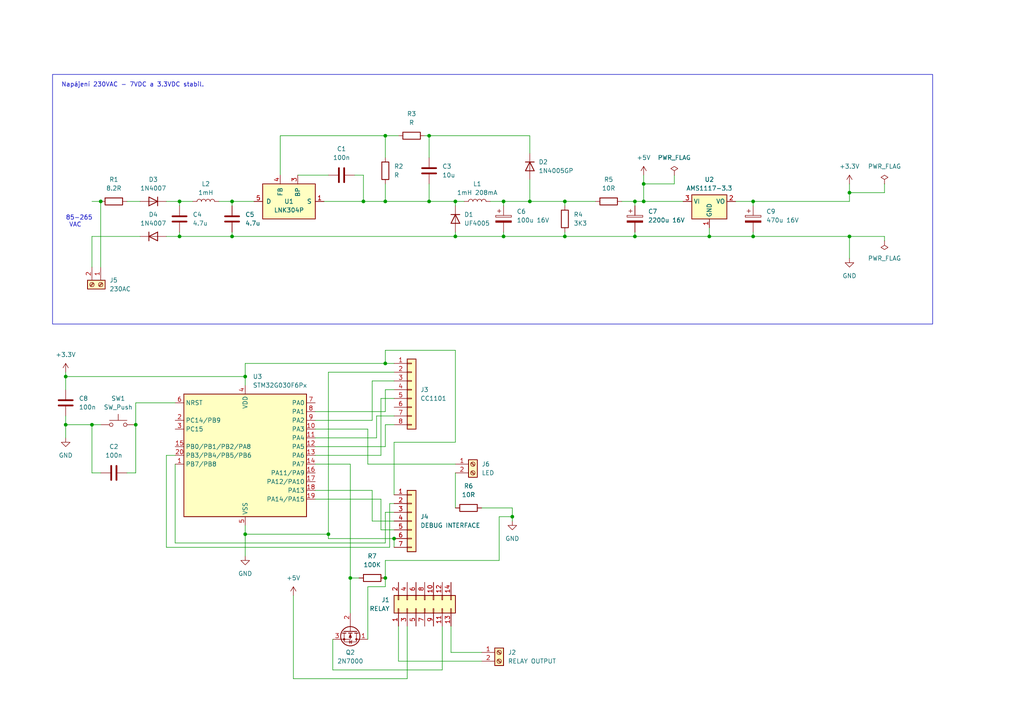
<source format=kicad_sch>
(kicad_sch (version 20230121) (generator eeschema)
  (paper "A4")
  (lib_symbols
    (symbol "Connector:Screw_Terminal_01x02" (pin_names (offset 1.016) hide)
      (property "Reference" "J" (at 0 2.54 0))
      (property "Value" "Screw_Terminal_01x02" (at 0 -5.08 0))
      (symbol "Screw_Terminal_01x02_1_1"
        (rectangle (start -1.27 1.27) (end 1.27 -3.81) (stroke (width 0.254)) (fill (type background)))
        (circle (center 0 -2.54) (radius 0.635) (stroke (width 0.1524)))
        (polyline (pts (xy -0.5334 -2.2098) (xy 0.3302 -3.048)) (stroke (width 0.1524)))
        (polyline (pts (xy -0.5334 0.3302) (xy 0.3302 -0.508)) (stroke (width 0.1524)))
        (polyline (pts (xy -0.3556 -2.032) (xy 0.508 -2.8702)) (stroke (width 0.1524)))
        (polyline (pts (xy -0.3556 0.508) (xy 0.508 -0.3302)) (stroke (width 0.1524)))
        (circle (center 0 0) (radius 0.635) (stroke (width 0.1524)))
        (pin passive line (at -5.08 0 0) (length 3.81) (name "Pin_1") (number "1"))
        (pin passive line (at -5.08 -2.54 0) (length 3.81) (name "Pin_2") (number "2"))
      )
    )
    (symbol "Connector_Generic:Conn_01x07" (pin_names (offset 1.016) hide)
      (property "Reference" "J" (at 0 10.16 0))
      (property "Value" "Conn_01x07" (at 0 -10.16 0))
      (symbol "Conn_01x07_1_1"
        (rectangle (start -1.27 -7.493) (end 0 -7.747) (stroke (width 0.1524)))
        (rectangle (start -1.27 -4.953) (end 0 -5.207) (stroke (width 0.1524)))
        (rectangle (start -1.27 -2.413) (end 0 -2.667) (stroke (width 0.1524)))
        (rectangle (start -1.27 0.127) (end 0 -0.127) (stroke (width 0.1524)))
        (rectangle (start -1.27 2.667) (end 0 2.413) (stroke (width 0.1524)))
        (rectangle (start -1.27 5.207) (end 0 4.953) (stroke (width 0.1524)))
        (rectangle (start -1.27 7.747) (end 0 7.493) (stroke (width 0.1524)))
        (rectangle (start -1.27 8.89) (end 1.27 -8.89) (stroke (width 0.254)) (fill (type background)))
        (pin passive line (at -5.08 7.62 0) (length 3.81) (name "Pin_1") (number "1"))
        (pin passive line (at -5.08 5.08 0) (length 3.81) (name "Pin_2") (number "2"))
        (pin passive line (at -5.08 2.54 0) (length 3.81) (name "Pin_3") (number "3"))
        (pin passive line (at -5.08 0 0) (length 3.81) (name "Pin_4") (number "4"))
        (pin passive line (at -5.08 -2.54 0) (length 3.81) (name "Pin_5") (number "5"))
        (pin passive line (at -5.08 -5.08 0) (length 3.81) (name "Pin_6") (number "6"))
        (pin passive line (at -5.08 -7.62 0) (length 3.81) (name "Pin_7") (number "7"))
      )
    )
    (symbol "Connector_Generic:Conn_01x08" (pin_names (offset 1.016) hide)
      (property "Reference" "J" (at 0 10.16 0))
      (property "Value" "Conn_01x08" (at 0 -12.7 0))
      (symbol "Conn_01x08_1_1"
        (rectangle (start -1.27 -10.033) (end 0 -10.287) (stroke (width 0.1524)))
        (rectangle (start -1.27 -7.493) (end 0 -7.747) (stroke (width 0.1524)))
        (rectangle (start -1.27 -4.953) (end 0 -5.207) (stroke (width 0.1524)))
        (rectangle (start -1.27 -2.413) (end 0 -2.667) (stroke (width 0.1524)))
        (rectangle (start -1.27 0.127) (end 0 -0.127) (stroke (width 0.1524)))
        (rectangle (start -1.27 2.667) (end 0 2.413) (stroke (width 0.1524)))
        (rectangle (start -1.27 5.207) (end 0 4.953) (stroke (width 0.1524)))
        (rectangle (start -1.27 7.747) (end 0 7.493) (stroke (width 0.1524)))
        (rectangle (start -1.27 8.89) (end 1.27 -11.43) (stroke (width 0.254)) (fill (type background)))
        (pin passive line (at -5.08 7.62 0) (length 3.81) (name "Pin_1") (number "1"))
        (pin passive line (at -5.08 5.08 0) (length 3.81) (name "Pin_2") (number "2"))
        (pin passive line (at -5.08 2.54 0) (length 3.81) (name "Pin_3") (number "3"))
        (pin passive line (at -5.08 0 0) (length 3.81) (name "Pin_4") (number "4"))
        (pin passive line (at -5.08 -2.54 0) (length 3.81) (name "Pin_5") (number "5"))
        (pin passive line (at -5.08 -5.08 0) (length 3.81) (name "Pin_6") (number "6"))
        (pin passive line (at -5.08 -7.62 0) (length 3.81) (name "Pin_7") (number "7"))
        (pin passive line (at -5.08 -10.16 0) (length 3.81) (name "Pin_8") (number "8"))
      )
    )
    (symbol "Connector_Generic:Conn_02x07_Odd_Even" (pin_names (offset 1.016) hide)
      (property "Reference" "J" (at 1.27 10.16 0))
      (property "Value" "Conn_02x07_Odd_Even" (at 1.27 -10.16 0))
      (symbol "Conn_02x07_Odd_Even_1_1"
        (rectangle (start -1.27 -7.493) (end 0 -7.747) (stroke (width 0.1524)))
        (rectangle (start -1.27 -4.953) (end 0 -5.207) (stroke (width 0.1524)))
        (rectangle (start -1.27 -2.413) (end 0 -2.667) (stroke (width 0.1524)))
        (rectangle (start -1.27 0.127) (end 0 -0.127) (stroke (width 0.1524)))
        (rectangle (start -1.27 2.667) (end 0 2.413) (stroke (width 0.1524)))
        (rectangle (start -1.27 5.207) (end 0 4.953) (stroke (width 0.1524)))
        (rectangle (start -1.27 7.747) (end 0 7.493) (stroke (width 0.1524)))
        (rectangle (start -1.27 8.89) (end 3.81 -8.89) (stroke (width 0.254)) (fill (type background)))
        (rectangle (start 3.81 -7.493) (end 2.54 -7.747) (stroke (width 0.1524)))
        (rectangle (start 3.81 -4.953) (end 2.54 -5.207) (stroke (width 0.1524)))
        (rectangle (start 3.81 -2.413) (end 2.54 -2.667) (stroke (width 0.1524)))
        (rectangle (start 3.81 0.127) (end 2.54 -0.127) (stroke (width 0.1524)))
        (rectangle (start 3.81 2.667) (end 2.54 2.413) (stroke (width 0.1524)))
        (rectangle (start 3.81 5.207) (end 2.54 4.953) (stroke (width 0.1524)))
        (rectangle (start 3.81 7.747) (end 2.54 7.493) (stroke (width 0.1524)))
        (pin passive line (at -5.08 7.62 0) (length 3.81) (name "Pin_1") (number "1"))
        (pin passive line (at 7.62 -2.54 180) (length 3.81) (name "Pin_10") (number "10"))
        (pin passive line (at -5.08 -5.08 0) (length 3.81) (name "Pin_11") (number "11"))
        (pin passive line (at 7.62 -5.08 180) (length 3.81) (name "Pin_12") (number "12"))
        (pin passive line (at -5.08 -7.62 0) (length 3.81) (name "Pin_13") (number "13"))
        (pin passive line (at 7.62 -7.62 180) (length 3.81) (name "Pin_14") (number "14"))
        (pin passive line (at 7.62 7.62 180) (length 3.81) (name "Pin_2") (number "2"))
        (pin passive line (at -5.08 5.08 0) (length 3.81) (name "Pin_3") (number "3"))
        (pin passive line (at 7.62 5.08 180) (length 3.81) (name "Pin_4") (number "4"))
        (pin passive line (at -5.08 2.54 0) (length 3.81) (name "Pin_5") (number "5"))
        (pin passive line (at 7.62 2.54 180) (length 3.81) (name "Pin_6") (number "6"))
        (pin passive line (at -5.08 0 0) (length 3.81) (name "Pin_7") (number "7"))
        (pin passive line (at 7.62 0 180) (length 3.81) (name "Pin_8") (number "8"))
        (pin passive line (at -5.08 -2.54 0) (length 3.81) (name "Pin_9") (number "9"))
      )
    )
    (symbol "Device:C" (pin_numbers hide) (pin_names (offset 0.254))
      (property "Reference" "C" (at 0.635 2.54 0))
      (property "Value" "C" (at 0.635 -2.54 0))
      (symbol "C_0_1"
        (polyline (pts (xy -2.032 -0.762) (xy 2.032 -0.762)) (stroke (width 0.508)))
        (polyline (pts (xy -2.032 0.762) (xy 2.032 0.762)) (stroke (width 0.508)))
      )
      (symbol "C_1_1"
        (pin passive line (at 0 3.81 270) (length 2.794) (name "~") (number "1"))
        (pin passive line (at 0 -3.81 90) (length 2.794) (name "~") (number "2"))
      )
    )
    (symbol "Device:C_Polarized" (pin_numbers hide) (pin_names (offset 0.254))
      (property "Reference" "C" (at 0.635 2.54 0))
      (property "Value" "C_Polarized" (at 0.635 -2.54 0))
      (symbol "C_Polarized_0_1"
        (rectangle (start -2.286 0.508) (end 2.286 1.016))
        (polyline (pts (xy -1.778 2.286) (xy -0.762 2.286)))
        (polyline (pts (xy -1.27 2.794) (xy -1.27 1.778)))
        (rectangle (start 2.286 -0.508) (end -2.286 -1.016) (fill (type outline)))
      )
      (symbol "C_Polarized_1_1"
        (pin passive line (at 0 3.81 270) (length 2.794) (name "~") (number "1"))
        (pin passive line (at 0 -3.81 90) (length 2.794) (name "~") (number "2"))
      )
    )
    (symbol "Device:D" (pin_numbers hide) (pin_names (offset 1.016) hide)
      (property "Reference" "D" (at 0 2.54 0))
      (property "Value" "D" (at 0 -2.54 0))
      (symbol "D_0_1"
        (polyline (pts (xy -1.27 1.27) (xy -1.27 -1.27)) (stroke (width 0.254)))
        (polyline (pts (xy 1.27 0) (xy -1.27 0)))
        (polyline (pts (xy 1.27 1.27) (xy 1.27 -1.27) (xy -1.27 0) (xy 1.27 1.27)) (stroke (width 0.254)))
      )
      (symbol "D_1_1"
        (pin passive line (at -3.81 0 0) (length 2.54) (name "K") (number "1"))
        (pin passive line (at 3.81 0 180) (length 2.54) (name "A") (number "2"))
      )
    )
    (symbol "Device:L" (pin_numbers hide) (pin_names (offset 1.016) hide)
      (property "Reference" "L" (at -1.27 0 90))
      (property "Value" "L" (at 1.905 0 90))
      (symbol "L_0_1"
        (arc (start 0 -2.54) (mid 0.6323 -1.905) (end 0 -1.27))
        (arc (start 0 -1.27) (mid 0.6323 -0.635) (end 0 0))
        (arc (start 0 0) (mid 0.6323 0.635) (end 0 1.27))
        (arc (start 0 1.27) (mid 0.6323 1.905) (end 0 2.54))
      )
      (symbol "L_1_1"
        (pin passive line (at 0 3.81 270) (length 1.27) (name "1") (number "1"))
        (pin passive line (at 0 -3.81 90) (length 1.27) (name "2") (number "2"))
      )
    )
    (symbol "Device:R" (pin_numbers hide) (pin_names (offset 0))
      (property "Reference" "R" (at 2.032 0 90))
      (property "Value" "R" (at 0 0 90))
      (symbol "R_0_1"
        (rectangle (start -1.016 -2.54) (end 1.016 2.54) (stroke (width 0.254)))
      )
      (symbol "R_1_1"
        (pin passive line (at 0 3.81 270) (length 1.27) (name "~") (number "1"))
        (pin passive line (at 0 -3.81 90) (length 1.27) (name "~") (number "2"))
      )
    )
    (symbol "MCU_ST_STM32G0:STM32G030F6Px"
      (property "Reference" "U" (at -17.78 19.05 0))
      (property "Value" "STM32G030F6Px" (at 2.54 19.05 0))
      (symbol "STM32G030F6Px_0_1"
        (rectangle (start -17.78 -17.78) (end 17.78 17.78) (stroke (width 0.254)) (fill (type background)))
      )
      (symbol "STM32G030F6Px_1_1"
        (pin bidirectional line (at -20.32 -2.54 0) (length 2.54) (name "PB7/PB8") (number "1"))
        (pin bidirectional line (at 20.32 7.62 180) (length 2.54) (name "PA3") (number "10"))
        (pin bidirectional line (at 20.32 5.08 180) (length 2.54) (name "PA4") (number "11"))
        (pin bidirectional line (at 20.32 2.54 180) (length 2.54) (name "PA5") (number "12"))
        (pin bidirectional line (at 20.32 0 180) (length 2.54) (name "PA6") (number "13"))
        (pin bidirectional line (at 20.32 -2.54 180) (length 2.54) (name "PA7") (number "14"))
        (pin bidirectional line (at -20.32 2.54 0) (length 2.54) (name "PB0/PB1/PB2/PA8") (number "15"))
        (pin bidirectional line (at 20.32 -5.08 180) (length 2.54) (name "PA11/PA9") (number "16"))
        (pin bidirectional line (at 20.32 -7.62 180) (length 2.54) (name "PA12/PA10") (number "17"))
        (pin bidirectional line (at 20.32 -10.16 180) (length 2.54) (name "PA13") (number "18"))
        (pin bidirectional line (at 20.32 -12.7 180) (length 2.54) (name "PA14/PA15") (number "19"))
        (pin bidirectional line (at -20.32 10.16 0) (length 2.54) (name "PC14/PB9") (number "2"))
        (pin bidirectional line (at -20.32 0 0) (length 2.54) (name "PB3/PB4/PB5/PB6") (number "20"))
        (pin bidirectional line (at -20.32 7.62 0) (length 2.54) (name "PC15") (number "3"))
        (pin power_in line (at 0 20.32 270) (length 2.54) (name "VDD") (number "4"))
        (pin power_in line (at 0 -20.32 90) (length 2.54) (name "VSS") (number "5"))
        (pin input line (at -20.32 15.24 0) (length 2.54) (name "NRST") (number "6"))
        (pin bidirectional line (at 20.32 15.24 180) (length 2.54) (name "PA0") (number "7"))
        (pin bidirectional line (at 20.32 12.7 180) (length 2.54) (name "PA1") (number "8"))
        (pin bidirectional line (at 20.32 10.16 180) (length 2.54) (name "PA2") (number "9"))
      )
    )
    (symbol "Regulator_Linear:AMS1117-3.3"
      (property "Reference" "U" (at -3.81 3.175 0))
      (property "Value" "AMS1117-3.3" (at 0 3.175 0))
      (symbol "AMS1117-3.3_0_1"
        (rectangle (start -5.08 -5.08) (end 5.08 1.905) (stroke (width 0.254)) (fill (type background)))
      )
      (symbol "AMS1117-3.3_1_1"
        (pin power_in line (at 0 -7.62 90) (length 2.54) (name "GND") (number "1"))
        (pin power_out line (at 7.62 0 180) (length 2.54) (name "VO") (number "2"))
        (pin power_in line (at -7.62 0 0) (length 2.54) (name "VI") (number "3"))
      )
    )
    (symbol "Regulator_Switching:LNK304P" (pin_names (offset 1.016))
      (property "Reference" "U" (at 0 -6.35 0))
      (property "Value" "LNK304P" (at 0 -8.89 0))
      (symbol "LNK304P_0_1"
        (rectangle (start -7.62 5.08) (end 7.62 -5.08) (stroke (width 0.254)) (fill (type background)))
      )
      (symbol "LNK304P_1_1"
        (pin power_in line (at 10.16 0 180) (length 2.54) (name "S") (number "1"))
        (pin passive line (at 10.16 0 180) (length 2.54) hide (name "S") (number "2"))
        (pin input line (at 2.54 7.62 270) (length 2.54) (name "BP") (number "3"))
        (pin input line (at -2.54 7.62 270) (length 2.54) (name "FB") (number "4"))
        (pin open_collector line (at -10.16 0 0) (length 2.54) (name "D") (number "5"))
        (pin passive line (at 10.16 0 180) (length 2.54) hide (name "S") (number "7"))
        (pin passive line (at 10.16 0 180) (length 2.54) hide (name "S") (number "8"))
      )
    )
    (symbol "Switch:SW_Push" (pin_numbers hide) (pin_names (offset 1.016) hide)
      (property "Reference" "SW" (at 1.27 2.54 0))
      (property "Value" "SW_Push" (at 0 -1.524 0))
      (symbol "SW_Push_0_1"
        (circle (center -2.032 0) (radius 0.508))
        (polyline (pts (xy 0 1.27) (xy 0 3.048)))
        (polyline (pts (xy 2.54 1.27) (xy -2.54 1.27)))
        (circle (center 2.032 0) (radius 0.508))
        (pin passive line (at -5.08 0 0) (length 2.54) (name "1") (number "1"))
        (pin passive line (at 5.08 0 180) (length 2.54) (name "2") (number "2"))
      )
    )
    (symbol "Transistor_FET:BS170" (pin_names hide)
      (property "Reference" "Q" (at 5.08 1.905 0))
      (property "Value" "BS170" (at 5.08 0 0))
      (symbol "BS170_0_1"
        (polyline (pts (xy 0.254 0) (xy -2.54 0)))
        (polyline (pts (xy 0.254 1.905) (xy 0.254 -1.905)) (stroke (width 0.254)))
        (polyline (pts (xy 0.762 -1.27) (xy 0.762 -2.286)) (stroke (width 0.254)))
        (polyline (pts (xy 0.762 0.508) (xy 0.762 -0.508)) (stroke (width 0.254)))
        (polyline (pts (xy 0.762 2.286) (xy 0.762 1.27)) (stroke (width 0.254)))
        (polyline (pts (xy 2.54 2.54) (xy 2.54 1.778)))
        (polyline (pts (xy 2.54 -2.54) (xy 2.54 0) (xy 0.762 0)))
        (polyline (pts (xy 0.762 -1.778) (xy 3.302 -1.778) (xy 3.302 1.778) (xy 0.762 1.778)))
        (polyline (pts (xy 1.016 0) (xy 2.032 0.381) (xy 2.032 -0.381) (xy 1.016 0)) (fill (type outline)))
        (polyline (pts (xy 2.794 0.508) (xy 2.921 0.381) (xy 3.683 0.381) (xy 3.81 0.254)))
        (polyline (pts (xy 3.302 0.381) (xy 2.921 -0.254) (xy 3.683 -0.254) (xy 3.302 0.381)))
        (circle (center 1.651 0) (radius 2.794) (stroke (width 0.254)))
        (circle (center 2.54 -1.778) (radius 0.254) (fill (type outline)))
        (circle (center 2.54 1.778) (radius 0.254) (fill (type outline)))
      )
      (symbol "BS170_1_1"
        (pin passive line (at 2.54 5.08 270) (length 2.54) (name "D") (number "1"))
        (pin input line (at -5.08 0 0) (length 2.54) (name "G") (number "2"))
        (pin passive line (at 2.54 -5.08 90) (length 2.54) (name "S") (number "3"))
      )
    )
    (symbol "power:+3.3V" (power) (pin_names (offset 0))
      (property "Value" "+3.3V" (at 0 3.556 0))
      (symbol "+3.3V_0_1"
        (polyline (pts (xy -0.762 1.27) (xy 0 2.54)))
        (polyline (pts (xy 0 0) (xy 0 2.54)))
        (polyline (pts (xy 0 2.54) (xy 0.762 1.27)))
      )
      (symbol "+3.3V_1_1"
        (pin power_in line (at 0 0 90) (length 0) hide (name "+3.3V") (number "1"))
      )
    )
    (symbol "power:+5V" (power) (pin_names (offset 0))
      (property "Value" "+5V" (at 0 3.556 0))
      (symbol "+5V_0_1"
        (polyline (pts (xy -0.762 1.27) (xy 0 2.54)))
        (polyline (pts (xy 0 0) (xy 0 2.54)))
        (polyline (pts (xy 0 2.54) (xy 0.762 1.27)))
      )
      (symbol "+5V_1_1"
        (pin power_in line (at 0 0 90) (length 0) hide (name "+5V") (number "1"))
      )
    )
    (symbol "power:GND" (power) (pin_names (offset 0))
      (property "Value" "GND" (at 0 -3.81 0))
      (symbol "GND_0_1"
        (polyline (pts (xy 0 0) (xy 0 -1.27) (xy 1.27 -1.27) (xy 0 -2.54) (xy -1.27 -1.27) (xy 0 -1.27)))
      )
      (symbol "GND_1_1"
        (pin power_in line (at 0 0 270) (length 0) hide (name "GND") (number "1"))
      )
    )
    (symbol "power:PWR_FLAG" (power) (pin_numbers hide) (pin_names (offset 0) hide)
      (property "Value" "PWR_FLAG" (at 0 3.81 0))
      (symbol "PWR_FLAG_0_0"
        (pin power_out line (at 0 0 90) (length 0) (name "pwr") (number "1"))
      )
      (symbol "PWR_FLAG_0_1"
        (polyline (pts (xy 0 0) (xy 0 1.27) (xy -1.016 1.905) (xy 0 2.54) (xy 1.016 1.905) (xy 0 1.27)))
      )
    )
  )
  (junction (at 101.6 167.64))
  (junction (at 146.05 58.42))
  (junction (at 132.08 58.42))
  (junction (at 186.69 58.42))
  (junction (at 111.76 167.64))
  (junction (at 29.21 58.42))
  (junction (at 218.44 58.42))
  (junction (at 205.74 68.58))
  (junction (at 19.05 109.22))
  (junction (at 39.37 123.19))
  (junction (at 124.46 39.37))
  (junction (at 148.59 149.86))
  (junction (at 67.31 58.42))
  (junction (at 246.38 68.58))
  (junction (at 163.83 58.42))
  (junction (at 218.44 68.58))
  (junction (at 163.83 68.58))
  (junction (at 71.12 109.22))
  (junction (at 246.38 55.88))
  (junction (at 114.3 156.21))
  (junction (at 52.07 58.42))
  (junction (at 67.31 68.58))
  (junction (at 52.07 68.58))
  (junction (at 124.46 58.42))
  (junction (at 184.15 58.42))
  (junction (at 111.76 105.41))
  (junction (at 19.05 123.19))
  (junction (at 186.69 53.34))
  (junction (at 105.41 58.42))
  (junction (at 153.67 58.42))
  (junction (at 111.76 39.37))
  (junction (at 111.76 58.42))
  (junction (at 132.08 68.58))
  (junction (at 26.67 123.19))
  (junction (at 95.25 154.94))
  (junction (at 146.05 68.58))
  (junction (at 71.12 154.94))
  (junction (at 184.15 68.58))
  (wire (pts (xy 113.03 146.05) (xy 114.3 146.05)))
  (wire (pts (xy 110.49 144.78) (xy 110.49 153.67)))
  (wire (pts (xy 218.44 58.42) (xy 246.38 58.42)))
  (wire (pts (xy 186.69 53.34) (xy 195.58 53.34)))
  (wire (pts (xy 91.44 132.08) (xy 110.49 132.08)))
  (wire (pts (xy 111.76 39.37) (xy 111.76 45.72)))
  (wire (pts (xy 50.8 157.48) (xy 111.76 157.48)))
  (wire (pts (xy 26.67 68.58) (xy 26.67 77.47)))
  (wire (pts (xy 114.3 143.51) (xy 114.3 128.27)))
  (wire (pts (xy 29.21 137.16) (xy 26.67 137.16)))
  (wire (pts (xy 107.95 151.13) (xy 114.3 151.13)))
  (wire (pts (xy 19.05 120.65) (xy 19.05 123.19)))
  (wire (pts (xy 71.12 152.4) (xy 71.12 154.94)))
  (wire (pts (xy 111.76 53.34) (xy 111.76 58.42)))
  (wire (pts (xy 184.15 67.31) (xy 184.15 68.58)))
  (wire (pts (xy 111.76 157.48) (xy 111.76 148.59)))
  (wire (pts (xy 48.26 68.58) (xy 52.07 68.58)))
  (wire (pts (xy 256.54 53.34) (xy 256.54 55.88)))
  (wire (pts (xy 26.67 123.19) (xy 29.21 123.19)))
  (wire (pts (xy 218.44 68.58) (xy 246.38 68.58)))
  (wire (pts (xy 124.46 58.42) (xy 132.08 58.42)))
  (wire (pts (xy 148.59 147.32) (xy 148.59 149.86)))
  (wire (pts (xy 146.05 58.42) (xy 153.67 58.42)))
  (wire (pts (xy 128.27 181.61) (xy 128.27 194.31)))
  (wire (pts (xy 111.76 58.42) (xy 124.46 58.42)))
  (wire (pts (xy 91.44 134.62) (xy 101.6 134.62)))
  (wire (pts (xy 111.76 113.03) (xy 114.3 113.03)))
  (wire (pts (xy 101.6 167.64) (xy 104.14 167.64)))
  (wire (pts (xy 118.11 196.85) (xy 85.09 196.85)))
  (wire (pts (xy 96.52 194.31) (xy 128.27 194.31)))
  (wire (pts (xy 163.83 58.42) (xy 172.72 58.42)))
  (wire (pts (xy 205.74 66.04) (xy 205.74 68.58)))
  (wire (pts (xy 19.05 109.22) (xy 19.05 113.03)))
  (wire (pts (xy 139.7 147.32) (xy 148.59 147.32)))
  (wire (pts (xy 114.3 128.27) (xy 132.08 128.27)))
  (wire (pts (xy 91.44 121.92) (xy 107.95 121.92)))
  (wire (pts (xy 111.76 167.64) (xy 111.76 162.56)))
  (wire (pts (xy 118.11 181.61) (xy 118.11 196.85)))
  (wire (pts (xy 111.76 119.38) (xy 111.76 113.03)))
  (wire (pts (xy 111.76 123.19) (xy 114.3 123.19)))
  (wire (pts (xy 146.05 67.31) (xy 146.05 68.58)))
  (wire (pts (xy 52.07 58.42) (xy 52.07 59.69)))
  (wire (pts (xy 50.8 134.62) (xy 50.8 157.48)))
  (wire (pts (xy 246.38 53.34) (xy 246.38 55.88)))
  (wire (pts (xy 110.49 115.57) (xy 114.3 115.57)))
  (wire (pts (xy 153.67 44.45) (xy 153.67 39.37)))
  (wire (pts (xy 163.83 68.58) (xy 184.15 68.58)))
  (wire (pts (xy 142.24 58.42) (xy 146.05 58.42)))
  (wire (pts (xy 132.08 68.58) (xy 146.05 68.58)))
  (wire (pts (xy 95.25 156.21) (xy 114.3 156.21)))
  (wire (pts (xy 26.67 68.58) (xy 40.64 68.58)))
  (wire (pts (xy 85.09 172.72) (xy 85.09 196.85)))
  (wire (pts (xy 107.95 142.24) (xy 107.95 151.13)))
  (wire (pts (xy 91.44 119.38) (xy 111.76 119.38)))
  (wire (pts (xy 91.44 129.54) (xy 111.76 129.54)))
  (wire (pts (xy 111.76 105.41) (xy 71.12 105.41)))
  (wire (pts (xy 153.67 39.37) (xy 124.46 39.37)))
  (wire (pts (xy 111.76 39.37) (xy 115.57 39.37)))
  (wire (pts (xy 146.05 68.58) (xy 163.83 68.58)))
  (wire (pts (xy 153.67 58.42) (xy 163.83 58.42)))
  (wire (pts (xy 256.54 55.88) (xy 246.38 55.88)))
  (wire (pts (xy 123.19 39.37) (xy 124.46 39.37)))
  (wire (pts (xy 186.69 50.8) (xy 186.69 53.34)))
  (wire (pts (xy 106.68 124.46) (xy 106.68 134.62)))
  (wire (pts (xy 130.81 189.23) (xy 139.7 189.23)))
  (wire (pts (xy 184.15 58.42) (xy 184.15 59.69)))
  (wire (pts (xy 144.78 149.86) (xy 148.59 149.86)))
  (wire (pts (xy 132.08 101.6) (xy 111.76 101.6)))
  (wire (pts (xy 39.37 123.19) (xy 39.37 116.84)))
  (wire (pts (xy 124.46 39.37) (xy 124.46 45.72)))
  (wire (pts (xy 95.25 154.94) (xy 95.25 156.21)))
  (wire (pts (xy 19.05 123.19) (xy 26.67 123.19)))
  (wire (pts (xy 110.49 153.67) (xy 114.3 153.67)))
  (wire (pts (xy 186.69 58.42) (xy 198.12 58.42)))
  (wire (pts (xy 115.57 181.61) (xy 115.57 191.77)))
  (wire (pts (xy 67.31 58.42) (xy 73.66 58.42)))
  (wire (pts (xy 163.83 58.42) (xy 163.83 59.69)))
  (wire (pts (xy 132.08 67.31) (xy 132.08 68.58)))
  (wire (pts (xy 105.41 58.42) (xy 111.76 58.42)))
  (wire (pts (xy 67.31 67.31) (xy 67.31 68.58)))
  (wire (pts (xy 111.76 101.6) (xy 111.76 105.41)))
  (wire (pts (xy 218.44 67.31) (xy 218.44 68.58)))
  (wire (pts (xy 71.12 154.94) (xy 71.12 161.29)))
  (wire (pts (xy 19.05 123.19) (xy 19.05 127)))
  (wire (pts (xy 71.12 109.22) (xy 71.12 111.76)))
  (wire (pts (xy 180.34 58.42) (xy 184.15 58.42)))
  (wire (pts (xy 246.38 68.58) (xy 246.38 74.93)))
  (wire (pts (xy 50.8 132.08) (xy 48.26 132.08)))
  (wire (pts (xy 101.6 134.62) (xy 101.6 167.64)))
  (wire (pts (xy 93.98 58.42) (xy 105.41 58.42)))
  (wire (pts (xy 81.28 39.37) (xy 111.76 39.37)))
  (wire (pts (xy 109.22 127) (xy 109.22 120.65)))
  (wire (pts (xy 163.83 67.31) (xy 163.83 68.58)))
  (wire (pts (xy 130.81 181.61) (xy 130.81 189.23)))
  (wire (pts (xy 132.08 128.27) (xy 132.08 101.6)))
  (wire (pts (xy 39.37 116.84) (xy 50.8 116.84)))
  (wire (pts (xy 115.57 191.77) (xy 139.7 191.77)))
  (wire (pts (xy 86.36 50.8) (xy 95.25 50.8)))
  (wire (pts (xy 148.59 149.86) (xy 148.59 151.13)))
  (wire (pts (xy 91.44 124.46) (xy 106.68 124.46)))
  (wire (pts (xy 36.83 137.16) (xy 39.37 137.16)))
  (wire (pts (xy 218.44 58.42) (xy 218.44 59.69)))
  (wire (pts (xy 19.05 107.95) (xy 19.05 109.22)))
  (wire (pts (xy 48.26 158.75) (xy 113.03 158.75)))
  (wire (pts (xy 96.52 185.42) (xy 96.52 194.31)))
  (wire (pts (xy 114.3 156.21) (xy 114.3 158.75)))
  (wire (pts (xy 111.76 170.18) (xy 111.76 167.64)))
  (wire (pts (xy 184.15 58.42) (xy 186.69 58.42)))
  (wire (pts (xy 26.67 137.16) (xy 26.67 123.19)))
  (wire (pts (xy 36.83 58.42) (xy 40.64 58.42)))
  (wire (pts (xy 110.49 132.08) (xy 110.49 115.57)))
  (wire (pts (xy 101.6 167.64) (xy 101.6 177.8)))
  (wire (pts (xy 184.15 68.58) (xy 205.74 68.58)))
  (wire (pts (xy 105.41 50.8) (xy 105.41 58.42)))
  (wire (pts (xy 26.67 58.42) (xy 29.21 58.42)))
  (wire (pts (xy 71.12 105.41) (xy 71.12 109.22)))
  (wire (pts (xy 19.05 109.22) (xy 71.12 109.22)))
  (wire (pts (xy 114.3 107.95) (xy 95.25 107.95)))
  (wire (pts (xy 63.5 58.42) (xy 67.31 58.42)))
  (wire (pts (xy 246.38 68.58) (xy 256.54 68.58)))
  (wire (pts (xy 67.31 68.58) (xy 132.08 68.58)))
  (wire (pts (xy 124.46 53.34) (xy 124.46 58.42)))
  (wire (pts (xy 205.74 68.58) (xy 218.44 68.58)))
  (wire (pts (xy 132.08 137.16) (xy 132.08 147.32)))
  (wire (pts (xy 111.76 129.54) (xy 111.76 123.19)))
  (wire (pts (xy 106.68 170.18) (xy 111.76 170.18)))
  (wire (pts (xy 132.08 58.42) (xy 134.62 58.42)))
  (wire (pts (xy 256.54 68.58) (xy 256.54 69.85)))
  (wire (pts (xy 186.69 53.34) (xy 186.69 58.42)))
  (wire (pts (xy 153.67 52.07) (xy 153.67 58.42)))
  (wire (pts (xy 109.22 120.65) (xy 114.3 120.65)))
  (wire (pts (xy 111.76 148.59) (xy 114.3 148.59)))
  (wire (pts (xy 132.08 58.42) (xy 132.08 59.69)))
  (wire (pts (xy 106.68 134.62) (xy 132.08 134.62)))
  (wire (pts (xy 144.78 162.56) (xy 144.78 149.86)))
  (wire (pts (xy 91.44 144.78) (xy 110.49 144.78)))
  (wire (pts (xy 107.95 121.92) (xy 107.95 110.49)))
  (wire (pts (xy 29.21 77.47) (xy 29.21 58.42)))
  (wire (pts (xy 91.44 142.24) (xy 107.95 142.24)))
  (wire (pts (xy 95.25 154.94) (xy 71.12 154.94)))
  (wire (pts (xy 106.68 185.42) (xy 106.68 170.18)))
  (wire (pts (xy 81.28 50.8) (xy 81.28 39.37)))
  (wire (pts (xy 246.38 55.88) (xy 246.38 58.42)))
  (wire (pts (xy 195.58 53.34) (xy 195.58 50.8)))
  (wire (pts (xy 102.87 50.8) (xy 105.41 50.8)))
  (wire (pts (xy 146.05 58.42) (xy 146.05 59.69)))
  (wire (pts (xy 111.76 162.56) (xy 144.78 162.56)))
  (wire (pts (xy 39.37 123.19) (xy 39.37 137.16)))
  (wire (pts (xy 52.07 58.42) (xy 55.88 58.42)))
  (wire (pts (xy 213.36 58.42) (xy 218.44 58.42)))
  (wire (pts (xy 48.26 58.42) (xy 52.07 58.42)))
  (wire (pts (xy 114.3 105.41) (xy 111.76 105.41)))
  (wire (pts (xy 48.26 132.08) (xy 48.26 158.75)))
  (wire (pts (xy 91.44 127) (xy 109.22 127)))
  (wire (pts (xy 95.25 107.95) (xy 95.25 154.94)))
  (wire (pts (xy 67.31 58.42) (xy 67.31 59.69)))
  (wire (pts (xy 52.07 67.31) (xy 52.07 68.58)))
  (wire (pts (xy 107.95 110.49) (xy 114.3 110.49)))
  (wire (pts (xy 113.03 158.75) (xy 113.03 146.05)))
  (wire (pts (xy 52.07 68.58) (xy 67.31 68.58)))
  (rectangle (start 15.24 21.59) (end 270.51 93.98))
  (text "Napájení 230VAC - 7VDC a 3.3VDC stabil.\n" (at 17.78 25.4 0) (effects (font (size 1.27 1.27)) (justify left bottom)))
  (text "85-265\n VAC" (at 19.05 66.04 0) (effects (font (size 1.27 1.27)) (justify left bottom)))
  (symbol (lib_id "Connector:Screw_Terminal_01x02") (at 137.16 134.62 0) (unit 1)
    (property "Reference" "J6" (at 139.7 134.62 0) (effects (justify left)))
    (property "Value" "LED" (at 139.7 137.16 0) (effects (justify left)))
    (property "Footprint" "TerminalBlock:TerminalBlock_bornier-2_P5.08mm" (effects hide))
  )
  (symbol (lib_id "Regulator_Switching:LNK304P") (at 83.82 58.42 0) (unit 1)
    (property "Reference" "U1" (at 83.82 58.42 0))
    (property "Value" "LNK304P" (at 83.82 60.96 0))
    (property "Footprint" "Package_DIP:PowerIntegrations_PDIP-8B" (effects hide))
    (property "Datasheet" "http://www.powerint.com/sites/default/files/product-docs/lnk302_304-306.pdf" (effects hide))
  )
  (symbol (lib_id "power:+5V") (at 186.69 50.8 0) (unit 1)
    (property "Reference" "#PWR06" (effects hide))
    (property "Value" "+5V" (at 186.69 45.72 0))
  )
  (symbol (lib_id "Device:R") (at 33.02 58.42 90) (unit 1)
    (property "Reference" "R1" (at 33.02 52.07 90))
    (property "Value" "8.2R" (at 33.02 54.61 90))
    (property "Footprint" "Resistor_THT:R_Axial_DIN0414_L11.9mm_D4.5mm_P15.24mm_Horizontal" (effects hide))
  )
  (symbol (lib_id "Device:D") (at 44.45 68.58 0) (unit 1)
    (property "Reference" "D4" (at 44.45 62.23 0))
    (property "Value" "1N4007" (at 44.45 64.77 0))
    (property "Footprint" "Diode_THT:D_DO-41_SOD81_P10.16mm_Horizontal" (effects hide))
    (property "Sim.Device" "D" (effects hide))
    (property "Sim.Pins" "1=K 2=A" (effects hide))
  )
  (symbol (lib_id "Device:C") (at 124.46 49.53 0) (unit 1)
    (property "Reference" "C3" (at 128.27 48.26 0) (effects (justify left)))
    (property "Value" "10u" (at 128.27 50.8 0) (effects (justify left)))
    (property "Footprint" "Capacitor_THT:CP_Radial_D5.0mm_P2.50mm" (effects hide))
  )
  (symbol (lib_id "Connector_Generic:Conn_01x08") (at 119.38 113.03 0) (unit 1)
    (property "Reference" "J3" (at 121.92 113.03 0) (effects (justify left)))
    (property "Value" "CC1101" (at 121.92 115.57 0) (effects (justify left)))
    (property "Footprint" "Connector_PinSocket_2.00mm:PinSocket_1x08_P2.00mm_Vertical" (effects hide))
  )
  (symbol (lib_id "power:GND") (at 71.12 161.29 0) (unit 1)
    (property "Reference" "#PWR05" (effects hide))
    (property "Value" "GND" (at 71.12 166.37 0))
  )
  (symbol (lib_id "Device:R") (at 135.89 147.32 90) (unit 1)
    (property "Reference" "R6" (at 135.89 140.97 90))
    (property "Value" "10R" (at 135.89 143.51 90))
    (property "Footprint" "Resistor_SMD:R_1206_3216Metric" (effects hide))
  )
  (symbol (lib_id "Device:C") (at 19.05 116.84 180) (unit 1)
    (property "Reference" "C8" (at 22.86 115.57 0) (effects (justify right)))
    (property "Value" "100n" (at 22.86 118.11 0) (effects (justify right)))
    (property "Footprint" "Capacitor_SMD:C_1206_3216Metric" (effects hide))
  )
  (symbol (lib_id "power:GND") (at 19.05 127 0) (unit 1)
    (property "Reference" "#PWR04" (effects hide))
    (property "Value" "GND" (at 19.05 132.08 0))
  )
  (symbol (lib_id "Connector:Screw_Terminal_01x02") (at 29.21 82.55 270) (unit 1)
    (property "Reference" "J5" (at 31.75 81.28 90) (effects (justify left)))
    (property "Value" "230AC" (at 31.75 83.82 90) (effects (justify left)))
    (property "Footprint" "TerminalBlock:TerminalBlock_bornier-2_P5.08mm" (effects hide))
  )
  (symbol (lib_id "Device:R") (at 163.83 63.5 0) (unit 1)
    (property "Reference" "R4" (at 166.37 62.23 0) (effects (justify left)))
    (property "Value" "3K3" (at 166.37 64.77 0) (effects (justify left)))
    (property "Footprint" "Resistor_SMD:R_1206_3216Metric" (effects hide))
  )
  (symbol (lib_id "Device:C") (at 33.02 137.16 270) (unit 1)
    (property "Reference" "C2" (at 33.02 129.54 90))
    (property "Value" "100n" (at 33.02 132.08 90))
    (property "Footprint" "Capacitor_SMD:C_1206_3216Metric" (effects hide))
  )
  (symbol (lib_id "Regulator_Linear:AMS1117-3.3") (at 205.74 58.42 0) (unit 1)
    (property "Reference" "U2" (at 205.74 52.07 0))
    (property "Value" "AMS1117-3.3" (at 205.74 54.61 0))
    (property "Footprint" "Package_TO_SOT_SMD:SOT-223-3_TabPin2" (effects hide))
    (property "Datasheet" "http://www.advanced-monolithic.com/pdf/ds1117.pdf" (effects hide))
  )
  (symbol (lib_id "power:+5V") (at 85.09 172.72 0) (unit 1)
    (property "Reference" "#PWR07" (effects hide))
    (property "Value" "+5V" (at 85.09 167.64 0))
  )
  (symbol (lib_id "Connector_Generic:Conn_01x07") (at 119.38 151.13 0) (unit 1)
    (property "Reference" "J4" (at 121.92 149.86 0) (effects (justify left)))
    (property "Value" "DEBUG INTERFACE" (at 121.92 152.4 0) (effects (justify left)))
    (property "Footprint" "Connector_PinHeader_2.54mm:PinHeader_1x07_P2.54mm_Vertical" (effects hide))
  )
  (symbol (lib_id "Device:L") (at 59.69 58.42 90) (unit 1)
    (property "Reference" "L2" (at 59.69 53.34 90))
    (property "Value" "1mH" (at 59.69 55.88 90))
    (property "Footprint" "Inductor_THT:L_Radial_D10.5mm_P5.00mm_Abacron_AISR-01" (effects hide))
  )
  (symbol (lib_id "Device:R") (at 107.95 167.64 90) (unit 1)
    (property "Reference" "R7" (at 107.95 161.29 90))
    (property "Value" "100K" (at 107.95 163.83 90))
    (property "Footprint" "Resistor_SMD:R_1206_3216Metric" (effects hide))
  )
  (symbol (lib_id "power:GND") (at 148.59 151.13 0) (unit 1)
    (property "Reference" "#PWR08" (effects hide))
    (property "Value" "GND" (at 148.59 156.21 0))
  )
  (symbol (lib_id "Connector_Generic:Conn_02x07_Odd_Even") (at 123.19 176.53 90) (unit 1)
    (property "Reference" "J1" (at 113.03 173.99 90) (effects (justify left)))
    (property "Value" "RELAY" (at 113.03 176.53 90) (effects (justify left)))
    (property "Footprint" "Package_DIP:CERDIP-14_W7.62mm_SideBrazed" (effects hide))
  )
  (symbol (lib_id "Device:D") (at 44.45 58.42 180) (unit 1)
    (property "Reference" "D3" (at 44.45 52.07 0))
    (property "Value" "1N4007" (at 44.45 54.61 0))
    (property "Footprint" "Diode_THT:D_DO-41_SOD81_P10.16mm_Horizontal" (effects hide))
    (property "Sim.Device" "D" (effects hide))
    (property "Sim.Pins" "1=K 2=A" (effects hide))
  )
  (symbol (lib_id "Device:R") (at 176.53 58.42 90) (unit 1)
    (property "Reference" "R5" (at 176.53 52.07 90))
    (property "Value" "10R" (at 176.53 54.61 90))
    (property "Footprint" "Resistor_SMD:R_1206_3216Metric" (effects hide))
  )
  (symbol (lib_id "power:PWR_FLAG") (at 256.54 69.85 180) (unit 1)
    (property "Reference" "#FLG02" (effects hide))
    (property "Value" "PWR_FLAG" (at 256.54 74.93 0))
  )
  (symbol (lib_id "Device:C") (at 52.07 63.5 0) (unit 1)
    (property "Reference" "C4" (at 55.88 62.23 0) (effects (justify left)))
    (property "Value" "4.7u" (at 55.88 64.77 0) (effects (justify left)))
    (property "Footprint" "Capacitor_THT:C_Rect_L29.0mm_W7.6mm_P27.50mm_MKT" (effects hide))
  )
  (symbol (lib_id "Device:C_Polarized") (at 146.05 63.5 0) (unit 1)
    (property "Reference" "C6" (at 149.86 61.341 0) (effects (justify left)))
    (property "Value" "100u 16V" (at 149.86 63.881 0) (effects (justify left)))
    (property "Footprint" "Capacitor_THT:CP_Radial_D5.0mm_P2.50mm" (effects hide))
  )
  (symbol (lib_id "Device:C_Polarized") (at 218.44 63.5 0) (unit 1)
    (property "Reference" "C9" (at 222.25 61.341 0) (effects (justify left)))
    (property "Value" "470u 16V" (at 222.25 63.881 0) (effects (justify left)))
    (property "Footprint" "Capacitor_THT:CP_Radial_D8.0mm_P3.80mm" (effects hide))
  )
  (symbol (lib_id "Device:C") (at 99.06 50.8 90) (unit 1)
    (property "Reference" "C1" (at 99.06 43.18 90))
    (property "Value" "100n" (at 99.06 45.72 90))
    (property "Footprint" "Capacitor_SMD:C_1206_3216Metric" (effects hide))
  )
  (symbol (lib_id "Connector:Screw_Terminal_01x02") (at 144.78 189.23 0) (unit 1)
    (property "Reference" "J2" (at 147.32 189.23 0) (effects (justify left)))
    (property "Value" "RELAY OUTPUT" (at 147.32 191.77 0) (effects (justify left)))
    (property "Footprint" "TerminalBlock:TerminalBlock_bornier-2_P5.08mm" (effects hide))
  )
  (symbol (lib_id "power:+3.3V") (at 19.05 107.95 0) (unit 1)
    (property "Reference" "#PWR03" (effects hide))
    (property "Value" "+3.3V" (at 19.05 102.87 0))
  )
  (symbol (lib_id "Device:D") (at 132.08 63.5 270) (unit 1)
    (property "Reference" "D1" (at 134.62 62.23 90) (effects (justify left)))
    (property "Value" "UF4005" (at 134.62 64.77 90) (effects (justify left)))
    (property "Footprint" "Diode_THT:D_DO-41_SOD81_P10.16mm_Horizontal" (effects hide))
    (property "Sim.Device" "D" (effects hide))
    (property "Sim.Pins" "1=K 2=A" (effects hide))
  )
  (symbol (lib_id "Device:R") (at 119.38 39.37 90) (unit 1)
    (property "Reference" "R3" (at 119.38 33.02 90))
    (property "Value" "R" (at 119.38 35.56 90))
    (property "Footprint" "Resistor_SMD:R_1206_3216Metric" (effects hide))
  )
  (symbol (lib_id "Switch:SW_Push") (at 34.29 123.19 0) (unit 1)
    (property "Reference" "SW1" (at 34.29 115.57 0))
    (property "Value" "SW_Push" (at 34.29 118.11 0))
    (property "Footprint" "Button_Switch_SMD:SW_Tactile_SPST_NO_Straight_CK_PTS636Sx25SMTRLFS" (effects hide))
  )
  (symbol (lib_id "MCU_ST_STM32G0:STM32G030F6Px") (at 71.12 132.08 0) (unit 1)
    (property "Reference" "U3" (at 73.3141 109.22 0) (effects (justify left)))
    (property "Value" "STM32G030F6Px" (at 73.3141 111.76 0) (effects (justify left)))
    (property "Footprint" "Package_SO:TSSOP-20_4.4x6.5mm_P0.65mm" (effects hide))
    (property "Datasheet" "https://www.st.com/resource/en/datasheet/stm32g030f6.pdf" (effects hide))
  )
  (symbol (lib_id "Device:L") (at 138.43 58.42 90) (unit 1)
    (property "Reference" "L1" (at 138.43 53.34 90))
    (property "Value" "1mH 208mA" (at 138.43 55.88 90))
    (property "Footprint" "Inductor_THT:L_Radial_D10.5mm_P5.00mm_Abacron_AISR-01" (effects hide))
  )
  (symbol (lib_id "power:GND") (at 246.38 74.93 0) (unit 1)
    (property "Reference" "#PWR02" (effects hide))
    (property "Value" "GND" (at 246.38 80.01 0))
  )
  (symbol (lib_id "Device:C_Polarized") (at 184.15 63.5 0) (unit 1)
    (property "Reference" "C7" (at 187.96 61.341 0) (effects (justify left)))
    (property "Value" "2200u 16V" (at 187.96 63.881 0) (effects (justify left)))
    (property "Footprint" "Capacitor_THT:CP_Radial_D12.5mm_P5.00mm" (effects hide))
  )
  (symbol (lib_id "Transistor_FET:BS170") (at 101.6 182.88 270) (unit 1)
    (property "Reference" "Q2" (at 101.6 189.23 90))
    (property "Value" "2N7000" (at 101.6 191.77 90))
    (property "Footprint" "Package_TO_SOT_THT:TO-92_Inline" (effects hide))
    (property "Datasheet" "https://www.onsemi.com/pub/Collateral/BS170-D.PDF" (effects hide))
  )
  (symbol (lib_id "power:+3.3V") (at 246.38 53.34 0) (unit 1)
    (property "Reference" "#PWR01" (effects hide))
    (property "Value" "+3.3V" (at 246.38 48.26 0))
  )
  (symbol (lib_id "Device:C") (at 67.31 63.5 0) (unit 1)
    (property "Reference" "C5" (at 71.12 62.23 0) (effects (justify left)))
    (property "Value" "4.7u" (at 71.12 64.77 0) (effects (justify left)))
    (property "Footprint" "Capacitor_THT:C_Rect_L29.0mm_W7.6mm_P27.50mm_MKT" (effects hide))
  )
  (symbol (lib_id "Device:R") (at 111.76 49.53 0) (unit 1)
    (property "Reference" "R2" (at 114.3 48.26 0) (effects (justify left)))
    (property "Value" "R" (at 114.3 50.8 0) (effects (justify left)))
    (property "Footprint" "Resistor_SMD:R_1206_3216Metric" (effects hide))
  )
  (symbol (lib_id "power:PWR_FLAG") (at 195.58 50.8 0) (unit 1)
    (property "Reference" "#FLG03" (effects hide))
    (property "Value" "PWR_FLAG" (at 195.58 45.72 0))
  )
  (symbol (lib_id "power:PWR_FLAG") (at 256.54 53.34 0) (unit 1)
    (property "Reference" "#FLG01" (effects hide))
    (property "Value" "PWR_FLAG" (at 256.54 48.26 0))
  )
  (symbol (lib_id "Device:D") (at 153.67 48.26 270) (unit 1)
    (property "Reference" "D2" (at 156.21 46.99 90) (effects (justify left)))
    (property "Value" "1N4005GP" (at 156.21 49.53 90) (effects (justify left)))
    (property "Footprint" "Diode_THT:D_DO-41_SOD81_P10.16mm_Horizontal" (effects hide))
    (property "Sim.Device" "D" (effects hide))
    (property "Sim.Pins" "1=K 2=A" (effects hide))
  )
)
</source>
